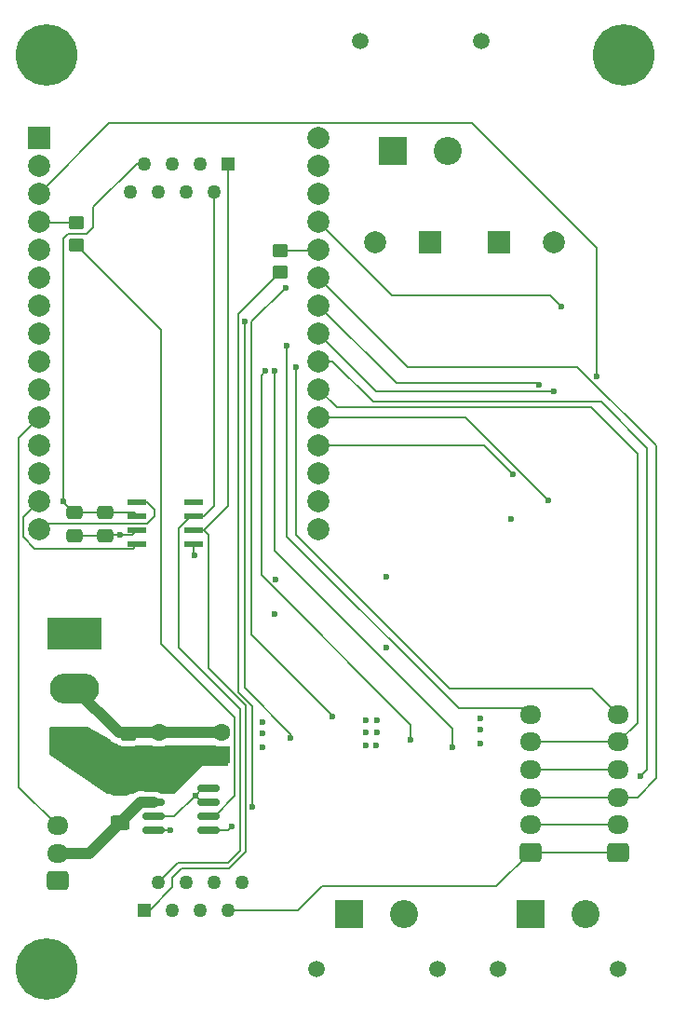
<source format=gbl>
%TF.GenerationSoftware,KiCad,Pcbnew,8.0.1-8.0.1-1~ubuntu22.04.1*%
%TF.CreationDate,2024-04-01T00:34:08-04:00*%
%TF.ProjectId,gripper_2024,67726970-7065-4725-9f32-3032342e6b69,rev?*%
%TF.SameCoordinates,Original*%
%TF.FileFunction,Copper,L4,Bot*%
%TF.FilePolarity,Positive*%
%FSLAX46Y46*%
G04 Gerber Fmt 4.6, Leading zero omitted, Abs format (unit mm)*
G04 Created by KiCad (PCBNEW 8.0.1-8.0.1-1~ubuntu22.04.1) date 2024-04-01 00:34:08*
%MOMM*%
%LPD*%
G01*
G04 APERTURE LIST*
G04 Aperture macros list*
%AMRoundRect*
0 Rectangle with rounded corners*
0 $1 Rounding radius*
0 $2 $3 $4 $5 $6 $7 $8 $9 X,Y pos of 4 corners*
0 Add a 4 corners polygon primitive as box body*
4,1,4,$2,$3,$4,$5,$6,$7,$8,$9,$2,$3,0*
0 Add four circle primitives for the rounded corners*
1,1,$1+$1,$2,$3*
1,1,$1+$1,$4,$5*
1,1,$1+$1,$6,$7*
1,1,$1+$1,$8,$9*
0 Add four rect primitives between the rounded corners*
20,1,$1+$1,$2,$3,$4,$5,0*
20,1,$1+$1,$4,$5,$6,$7,0*
20,1,$1+$1,$6,$7,$8,$9,0*
20,1,$1+$1,$8,$9,$2,$3,0*%
G04 Aperture macros list end*
%TA.AperFunction,ComponentPad*%
%ADD10RoundRect,0.250000X0.725000X-0.600000X0.725000X0.600000X-0.725000X0.600000X-0.725000X-0.600000X0*%
%TD*%
%TA.AperFunction,ComponentPad*%
%ADD11O,1.950000X1.700000*%
%TD*%
%TA.AperFunction,ComponentPad*%
%ADD12R,5.000000X3.000000*%
%TD*%
%TA.AperFunction,ComponentPad*%
%ADD13O,4.500000X2.750000*%
%TD*%
%TA.AperFunction,ComponentPad*%
%ADD14R,2.000000X2.000000*%
%TD*%
%TA.AperFunction,ComponentPad*%
%ADD15C,2.000000*%
%TD*%
%TA.AperFunction,ComponentPad*%
%ADD16C,1.508000*%
%TD*%
%TA.AperFunction,ComponentPad*%
%ADD17C,2.550000*%
%TD*%
%TA.AperFunction,ComponentPad*%
%ADD18R,2.550000X2.550000*%
%TD*%
%TA.AperFunction,ComponentPad*%
%ADD19C,3.600000*%
%TD*%
%TA.AperFunction,ConnectorPad*%
%ADD20C,5.600000*%
%TD*%
%TA.AperFunction,ComponentPad*%
%ADD21R,1.268000X1.268000*%
%TD*%
%TA.AperFunction,ComponentPad*%
%ADD22C,1.268000*%
%TD*%
%TA.AperFunction,ComponentPad*%
%ADD23R,1.600000X1.600000*%
%TD*%
%TA.AperFunction,ComponentPad*%
%ADD24C,1.600000*%
%TD*%
%TA.AperFunction,SMDPad,CuDef*%
%ADD25RoundRect,0.041300X-0.833700X-0.253700X0.833700X-0.253700X0.833700X0.253700X-0.833700X0.253700X0*%
%TD*%
%TA.AperFunction,SMDPad,CuDef*%
%ADD26RoundRect,0.250000X0.450000X-0.350000X0.450000X0.350000X-0.450000X0.350000X-0.450000X-0.350000X0*%
%TD*%
%TA.AperFunction,SMDPad,CuDef*%
%ADD27RoundRect,0.250000X0.625000X-0.400000X0.625000X0.400000X-0.625000X0.400000X-0.625000X-0.400000X0*%
%TD*%
%TA.AperFunction,SMDPad,CuDef*%
%ADD28RoundRect,0.250000X-0.475000X0.337500X-0.475000X-0.337500X0.475000X-0.337500X0.475000X0.337500X0*%
%TD*%
%TA.AperFunction,SMDPad,CuDef*%
%ADD29RoundRect,0.150000X0.825000X0.150000X-0.825000X0.150000X-0.825000X-0.150000X0.825000X-0.150000X0*%
%TD*%
%TA.AperFunction,ViaPad*%
%ADD30C,0.600000*%
%TD*%
%TA.AperFunction,Conductor*%
%ADD31C,0.200000*%
%TD*%
%TA.AperFunction,Conductor*%
%ADD32C,1.000000*%
%TD*%
G04 APERTURE END LIST*
D10*
%TO.P,U4,1*%
%TO.N,+5V*%
X72475000Y-91900000D03*
D11*
%TO.P,U4,2*%
%TO.N,SCK*%
X72475000Y-89400000D03*
%TO.P,U4,3*%
%TO.N,MOSI*%
X72475000Y-86900000D03*
%TO.P,U4,4*%
%TO.N,GND*%
X72475000Y-84400000D03*
%TO.P,U4,5*%
%TO.N,MISO*%
X72475000Y-81900000D03*
%TO.P,U4,6*%
%TO.N,CS_Poignet*%
X72475000Y-79400000D03*
%TD*%
D12*
%TO.P,U7,1,V_{IN}*%
%TO.N,Net-(U7-V_{IN})*%
X23000000Y-72000000D03*
D13*
%TO.P,U7,2,GND*%
%TO.N,GND*%
X23000000Y-77000000D03*
%TO.P,U7,3,V_{OUT}*%
%TO.N,+7.4V*%
X23000000Y-82000000D03*
%TD*%
D14*
%TO.P,U3,1,3V3*%
%TO.N,+3.3V*%
X19800000Y-26985000D03*
D15*
%TO.P,U3,2,GND*%
%TO.N,GND*%
X19800000Y-29525000D03*
X45200000Y-29525000D03*
%TO.P,U3,3,D15*%
%TO.N,LED_G*%
X19800000Y-32065000D03*
%TO.P,U3,4,D2*%
%TO.N,Net-(U3-D2)*%
X19800000Y-34605000D03*
%TO.P,U3,5,D4*%
%TO.N,MA_S1*%
X19800000Y-37145000D03*
%TO.P,U3,6,RX2*%
%TO.N,CS_Rotation*%
X19800000Y-39685000D03*
%TO.P,U3,7,TX2*%
%TO.N,CS_Poignet*%
X19800000Y-42225000D03*
%TO.P,U3,8,D5*%
%TO.N,LED_B*%
X19800000Y-44765000D03*
%TO.P,U3,9,D18*%
%TO.N,MB_S1*%
X19800000Y-47305000D03*
%TO.P,U3,10,D19*%
%TO.N,MB_S2*%
X19800000Y-49845000D03*
%TO.P,U3,11,D21*%
%TO.N,SERVO_PWM*%
X19800000Y-52385000D03*
%TO.P,U3,12,RX0*%
%TO.N,unconnected-(U3-RX0-Pad12)*%
X19800000Y-54925000D03*
%TO.P,U3,13,TX0*%
%TO.N,unconnected-(U3-TX0-Pad13)*%
X19800000Y-57465000D03*
%TO.P,U3,14,D22*%
%TO.N,RXC*%
X19800000Y-60005000D03*
%TO.P,U3,15,D23*%
%TO.N,TXC*%
X19800000Y-62545000D03*
%TO.P,U3,16,EN*%
%TO.N,unconnected-(U3-EN-Pad16)*%
X45200000Y-62545000D03*
%TO.P,U3,17,VP*%
%TO.N,unconnected-(U3-VP-Pad17)*%
X45200000Y-60005000D03*
%TO.P,U3,18,VN*%
%TO.N,unconnected-(U3-VN-Pad18)*%
X45200000Y-57465000D03*
%TO.P,U3,19,D34*%
%TO.N,PB_ROT_REV*%
X45200000Y-54925000D03*
%TO.P,U3,20,D35*%
%TO.N,PB_ROT_FWD*%
X45200000Y-52385000D03*
%TO.P,U3,21,D32*%
%TO.N,MISO*%
X45200000Y-49845000D03*
%TO.P,U3,22,D33*%
%TO.N,SCK*%
X45200000Y-47305000D03*
%TO.P,U3,23,D25*%
%TO.N,PB_POIGNET_FWD*%
X45200000Y-44765000D03*
%TO.P,U3,24,D26*%
%TO.N,PB_POIGNET_REV*%
X45200000Y-42225000D03*
%TO.P,U3,25,D27*%
%TO.N,MOSI*%
X45200000Y-39685000D03*
%TO.P,U3,26,D14*%
%TO.N,Net-(U3-D14)*%
X45200000Y-37145000D03*
%TO.P,U3,27,D12*%
%TO.N,LED_R*%
X45200000Y-34605000D03*
%TO.P,U3,28,D13*%
%TO.N,MA_S2*%
X45200000Y-32065000D03*
%TO.P,U3,30,VIN*%
%TO.N,+5V*%
X45200000Y-26985000D03*
%TD*%
D16*
%TO.P,J2,*%
%TO.N,*%
X56000000Y-102500000D03*
X45000000Y-102500000D03*
D17*
%TO.P,J2,N,N*%
%TO.N,MA-*%
X53000000Y-97500000D03*
D18*
%TO.P,J2,P,P*%
%TO.N,MA+*%
X48000000Y-97500000D03*
%TD*%
D19*
%TO.P,H1,1,1*%
%TO.N,GND*%
X20500000Y-102500000D03*
D20*
X20500000Y-102500000D03*
%TD*%
D21*
%TO.P,J6,1*%
%TO.N,CANH*%
X29392500Y-97150000D03*
D22*
%TO.P,J6,2*%
%TO.N,CANL*%
X30662500Y-94610000D03*
%TO.P,J6,3*%
%TO.N,unconnected-(J6-Pad3)*%
X31932500Y-97150000D03*
%TO.P,J6,4*%
%TO.N,unconnected-(J6-Pad4)*%
X33202500Y-94610000D03*
%TO.P,J6,5*%
%TO.N,unconnected-(J6-Pad5)*%
X34472500Y-97150000D03*
%TO.P,J6,6*%
%TO.N,unconnected-(J6-Pad6)*%
X35742500Y-94610000D03*
%TO.P,J6,7*%
%TO.N,+5V*%
X37012500Y-97150000D03*
%TO.P,J6,8*%
%TO.N,GND*%
X38282500Y-94610000D03*
%TD*%
D19*
%TO.P,H3,1,1*%
%TO.N,GND*%
X73000000Y-19500000D03*
D20*
X73000000Y-19500000D03*
%TD*%
D14*
%TO.P,C1,1*%
%TO.N,+24V*%
X55367677Y-36500000D03*
D15*
%TO.P,C1,2*%
%TO.N,GND*%
X50367677Y-36500000D03*
%TD*%
D16*
%TO.P,J3,*%
%TO.N,*%
X72500000Y-102500000D03*
X61500000Y-102500000D03*
D17*
%TO.P,J3,N,N*%
%TO.N,MB-*%
X69500000Y-97500000D03*
D18*
%TO.P,J3,P,P*%
%TO.N,MB+*%
X64500000Y-97500000D03*
%TD*%
D10*
%TO.P,U5,1*%
%TO.N,+5V*%
X64475000Y-91900000D03*
D11*
%TO.P,U5,2*%
%TO.N,SCK*%
X64475000Y-89400000D03*
%TO.P,U5,3*%
%TO.N,MOSI*%
X64475000Y-86900000D03*
%TO.P,U5,4*%
%TO.N,GND*%
X64475000Y-84400000D03*
%TO.P,U5,5*%
%TO.N,MISO*%
X64475000Y-81900000D03*
%TO.P,U5,6*%
%TO.N,CS_Rotation*%
X64475000Y-79400000D03*
%TD*%
D23*
%TO.P,C8,1*%
%TO.N,+7.4V*%
X36400000Y-83055112D03*
D24*
%TO.P,C8,2*%
%TO.N,GND*%
X36400000Y-81055112D03*
%TD*%
D10*
%TO.P,J4,1*%
%TO.N,GND*%
X21475000Y-94500000D03*
D11*
%TO.P,J4,2*%
%TO.N,SERVO_POW*%
X21475000Y-92000000D03*
%TO.P,J4,3*%
%TO.N,SERVO_PWM*%
X21475000Y-89500000D03*
%TD*%
D16*
%TO.P,J1,*%
%TO.N,*%
X49000000Y-18205750D03*
X60000000Y-18205750D03*
D17*
%TO.P,J1,N,N*%
%TO.N,GND*%
X57000000Y-28205750D03*
D18*
%TO.P,J1,P,P*%
%TO.N,+24V*%
X52000000Y-28205750D03*
%TD*%
D14*
%TO.P,C2,1*%
%TO.N,+24V*%
X61632323Y-36500000D03*
D15*
%TO.P,C2,2*%
%TO.N,GND*%
X66632323Y-36500000D03*
%TD*%
D23*
%TO.P,C6,1*%
%TO.N,+7.4V*%
X30700000Y-83055112D03*
D24*
%TO.P,C6,2*%
%TO.N,GND*%
X30700000Y-81055112D03*
%TD*%
D19*
%TO.P,H2,1,1*%
%TO.N,GND*%
X20500000Y-19500000D03*
D20*
X20500000Y-19500000D03*
%TD*%
D21*
%TO.P,J5,1*%
%TO.N,CANH*%
X36945000Y-29350000D03*
D22*
%TO.P,J5,2*%
%TO.N,CANL*%
X35675000Y-31890000D03*
%TO.P,J5,3*%
%TO.N,unconnected-(J5-Pad3)*%
X34405000Y-29350000D03*
%TO.P,J5,4*%
%TO.N,unconnected-(J5-Pad4)*%
X33135000Y-31890000D03*
%TO.P,J5,5*%
%TO.N,unconnected-(J5-Pad5)*%
X31865000Y-29350000D03*
%TO.P,J5,6*%
%TO.N,unconnected-(J5-Pad6)*%
X30595000Y-31890000D03*
%TO.P,J5,7*%
%TO.N,+5V*%
X29325000Y-29350000D03*
%TO.P,J5,8*%
%TO.N,GND*%
X28055000Y-31890000D03*
%TD*%
D25*
%TO.P,U6,1,TXD*%
%TO.N,RXC*%
X28715000Y-63905000D03*
%TO.P,U6,2,GND*%
%TO.N,GND*%
X28715000Y-62635000D03*
%TO.P,U6,3,VCC*%
%TO.N,+5V*%
X28715000Y-61365000D03*
%TO.P,U6,4,RXD*%
%TO.N,TXC*%
X28715000Y-60095000D03*
%TO.P,U6,5,VREF*%
%TO.N,unconnected-(U6-VREF-Pad5)*%
X33885000Y-60095000D03*
%TO.P,U6,6,CANL*%
%TO.N,CANL*%
X33885000Y-61365000D03*
%TO.P,U6,7,CANH*%
%TO.N,CANH*%
X33885000Y-62635000D03*
%TO.P,U6,8,S*%
%TO.N,GND*%
X33885000Y-63905000D03*
%TD*%
D26*
%TO.P,R10,1*%
%TO.N,SDA*%
X23200000Y-36700000D03*
%TO.P,R10,2*%
%TO.N,Net-(U3-D2)*%
X23200000Y-34700000D03*
%TD*%
%TO.P,R21,1*%
%TO.N,SCL*%
X41700000Y-39200000D03*
%TO.P,R21,2*%
%TO.N,Net-(U3-D14)*%
X41700000Y-37200000D03*
%TD*%
D27*
%TO.P,R7,1*%
%TO.N,SERVO_POW*%
X27150000Y-89200000D03*
%TO.P,R7,2*%
%TO.N,+7.4V*%
X27150000Y-86100000D03*
%TD*%
D28*
%TO.P,C11,1*%
%TO.N,GND*%
X27900000Y-81162500D03*
%TO.P,C11,2*%
%TO.N,+7.4V*%
X27900000Y-83237500D03*
%TD*%
%TO.P,C3,1*%
%TO.N,+5V*%
X25800000Y-61062500D03*
%TO.P,C3,2*%
%TO.N,GND*%
X25800000Y-63137500D03*
%TD*%
%TO.P,C7,1*%
%TO.N,+5V*%
X23000000Y-61062500D03*
%TO.P,C7,2*%
%TO.N,GND*%
X23000000Y-63137500D03*
%TD*%
D29*
%TO.P,U8,1,A1*%
%TO.N,GND*%
X35175000Y-86095000D03*
%TO.P,U8,2,A0*%
X35175000Y-87365000D03*
%TO.P,U8,3,SDA*%
%TO.N,SDA*%
X35175000Y-88635000D03*
%TO.P,U8,4,SCL*%
%TO.N,SCL*%
X35175000Y-89905000D03*
%TO.P,U8,5,VS*%
%TO.N,+3.3V*%
X30225000Y-89905000D03*
%TO.P,U8,6,GND*%
%TO.N,GND*%
X30225000Y-88635000D03*
%TO.P,U8,7,IN-*%
%TO.N,SERVO_POW*%
X30225000Y-87365000D03*
%TO.P,U8,8,IN+*%
%TO.N,+7.4V*%
X30225000Y-86095000D03*
%TD*%
D30*
%TO.N,GND*%
X59958696Y-79755533D03*
X59958696Y-80802250D03*
X59944646Y-82038640D03*
X50500000Y-79953283D03*
X50500000Y-81000000D03*
X50485950Y-82236390D03*
X49500000Y-79953283D03*
X49500000Y-81000000D03*
X49485950Y-82236390D03*
X40138748Y-82344185D03*
X40152798Y-81107795D03*
X40152798Y-80061078D03*
X34000000Y-86750000D03*
X33900000Y-64900000D03*
X27200000Y-63100000D03*
X41300000Y-67100000D03*
X51400000Y-66900000D03*
%TO.N,+5V*%
X22000000Y-60000000D03*
%TO.N,LED_G*%
X70500000Y-48700000D03*
%TO.N,Net-(U1-INA)*%
X42700000Y-81500000D03*
X38500000Y-43700000D03*
%TO.N,Net-(U1-INB)*%
X42200000Y-40600000D03*
X46500000Y-79600000D03*
%TO.N,Net-(U2-INA)*%
X53600000Y-81700000D03*
X40400000Y-48200000D03*
%TO.N,Net-(U2-INB)*%
X57405000Y-82400000D03*
X41200003Y-48200000D03*
%TO.N,PB_POIGNET_FWD*%
X66600000Y-50000000D03*
%TO.N,PB_POIGNET_REV*%
X65300000Y-49400000D03*
%TO.N,PB_ROT_FWD*%
X66150000Y-59950000D03*
%TO.N,PB_ROT_REV*%
X62925735Y-57574265D03*
%TO.N,LED_R*%
X67300000Y-42300000D03*
%TO.N,SCK*%
X74500000Y-85000000D03*
%TO.N,CS_Rotation*%
X42300000Y-45900000D03*
%TO.N,CS_Poignet*%
X43200000Y-47800000D03*
%TO.N,+3.3V*%
X62700000Y-61600000D03*
X31700000Y-89900000D03*
X51400000Y-73300000D03*
X41200000Y-70300000D03*
%TO.N,SCL*%
X37300000Y-89600000D03*
X39200000Y-87800000D03*
%TD*%
D31*
%TO.N,GND*%
X64475000Y-84400000D02*
X72475000Y-84400000D01*
D32*
X36400000Y-81055112D02*
X27055112Y-81055112D01*
D31*
X33885000Y-63905000D02*
X33885000Y-64885000D01*
X34615000Y-87365000D02*
X34000000Y-86750000D01*
X32115000Y-88635000D02*
X34000000Y-86750000D01*
X23000000Y-63137500D02*
X25800000Y-63137500D01*
X25800000Y-63137500D02*
X25837500Y-63100000D01*
X28250000Y-63100000D02*
X28715000Y-62635000D01*
X34655000Y-86095000D02*
X34000000Y-86750000D01*
X33885000Y-64885000D02*
X33900000Y-64900000D01*
X25837500Y-63100000D02*
X28250000Y-63100000D01*
X30225000Y-88635000D02*
X32115000Y-88635000D01*
D32*
X27055112Y-81055112D02*
X23000000Y-77000000D01*
D31*
X35175000Y-86095000D02*
X34655000Y-86095000D01*
X35175000Y-87365000D02*
X34615000Y-87365000D01*
%TO.N,+5V*%
X28650000Y-29350000D02*
X29325000Y-29350000D01*
X25800000Y-61062500D02*
X28412500Y-61062500D01*
X24700000Y-35100000D02*
X24700000Y-33300000D01*
X43350000Y-97150000D02*
X45500000Y-95000000D01*
X28412500Y-61062500D02*
X28715000Y-61365000D01*
X22000000Y-36100000D02*
X22400000Y-35700000D01*
X24100000Y-35700000D02*
X24700000Y-35100000D01*
X22000000Y-60000000D02*
X22000000Y-36100000D01*
X23000000Y-61062500D02*
X22000000Y-60062500D01*
X22400000Y-35700000D02*
X24100000Y-35700000D01*
X23000000Y-61062500D02*
X25800000Y-61062500D01*
X22000000Y-60062500D02*
X22000000Y-60000000D01*
X37012500Y-97150000D02*
X43350000Y-97150000D01*
X45500000Y-95000000D02*
X61375000Y-95000000D01*
X24700000Y-33300000D02*
X28650000Y-29350000D01*
X61375000Y-95000000D02*
X64475000Y-91900000D01*
X64475000Y-91900000D02*
X72475000Y-91900000D01*
D32*
%TO.N,+7.4V*%
X23000000Y-82000000D02*
X23050000Y-82000000D01*
X23000000Y-82000000D02*
X24055112Y-83055112D01*
D31*
%TO.N,SERVO_PWM*%
X19800000Y-52385000D02*
X17950000Y-54235000D01*
X17950000Y-85975000D02*
X21475000Y-89500000D01*
X17950000Y-54235000D02*
X17950000Y-85975000D01*
%TO.N,CANH*%
X38600000Y-78600000D02*
X38600000Y-91865685D01*
X32719093Y-93400000D02*
X31900000Y-94219093D01*
X31900000Y-95100000D02*
X29850000Y-97150000D01*
X38600000Y-91865685D02*
X37065685Y-93400000D01*
X35200000Y-75200000D02*
X38600000Y-78600000D01*
X33885000Y-62635000D02*
X34759999Y-62635000D01*
X35200000Y-63075001D02*
X35200000Y-75200000D01*
X34759999Y-62635000D02*
X35200000Y-63075001D01*
X36945000Y-60449999D02*
X34759999Y-62635000D01*
X29850000Y-97150000D02*
X29392500Y-97150000D01*
X36945000Y-29350000D02*
X36945000Y-60449999D01*
X37065685Y-93400000D02*
X32719093Y-93400000D01*
X31900000Y-94219093D02*
X31900000Y-95100000D01*
%TO.N,CANL*%
X32500000Y-73300000D02*
X38100000Y-78900000D01*
X38100000Y-78900000D02*
X38100000Y-91800000D01*
X34759999Y-61365000D02*
X35675000Y-60449999D01*
X33885000Y-61365000D02*
X33583784Y-61365000D01*
X32372500Y-92900000D02*
X30662500Y-94610000D01*
X32500000Y-62448784D02*
X32500000Y-73300000D01*
X38100000Y-91800000D02*
X37000000Y-92900000D01*
X37000000Y-92900000D02*
X32372500Y-92900000D01*
X33583784Y-61365000D02*
X32500000Y-62448784D01*
X33885000Y-61365000D02*
X34759999Y-61365000D01*
X35675000Y-60449999D02*
X35675000Y-31890000D01*
%TO.N,LED_G*%
X70500000Y-37000000D02*
X70500000Y-48700000D01*
X26180000Y-25685000D02*
X59185000Y-25685000D01*
X59185000Y-25685000D02*
X70500000Y-37000000D01*
X19800000Y-32065000D02*
X26180000Y-25685000D01*
%TO.N,Net-(U1-INA)*%
X42700000Y-81146471D02*
X38500000Y-76946471D01*
X38500000Y-44800000D02*
X38500000Y-43700000D01*
X42700000Y-81500000D02*
X42700000Y-81146471D01*
X38500000Y-43700000D02*
X38500000Y-43800000D01*
X38500000Y-76946471D02*
X38500000Y-44800000D01*
%TO.N,Net-(U1-INB)*%
X39100000Y-43700000D02*
X42200000Y-40600000D01*
X39100000Y-72100000D02*
X39100000Y-43700000D01*
X46500000Y-79500000D02*
X39100000Y-72100000D01*
X46500000Y-79600000D02*
X46500000Y-79500000D01*
%TO.N,Net-(U2-INA)*%
X53600000Y-80300000D02*
X53600000Y-81700000D01*
X40000000Y-66700000D02*
X53600000Y-80300000D01*
X40000000Y-48600000D02*
X40000000Y-66700000D01*
X40400000Y-48200000D02*
X40000000Y-48600000D01*
%TO.N,Net-(U2-INB)*%
X57405000Y-80705000D02*
X41200003Y-64500003D01*
X57405000Y-82400000D02*
X57405000Y-80705000D01*
X41200003Y-64500003D02*
X41200003Y-48200000D01*
%TO.N,PB_POIGNET_FWD*%
X66600000Y-50000000D02*
X50435000Y-50000000D01*
X50435000Y-50000000D02*
X45200000Y-44765000D01*
%TO.N,PB_POIGNET_REV*%
X65300000Y-49400000D02*
X65200000Y-49300000D01*
X52275000Y-49300000D02*
X45200000Y-42225000D01*
X65200000Y-49300000D02*
X52275000Y-49300000D01*
%TO.N,PB_ROT_FWD*%
X66150000Y-59950000D02*
X58585000Y-52385000D01*
X58585000Y-52385000D02*
X45200000Y-52385000D01*
%TO.N,PB_ROT_REV*%
X62925735Y-57574265D02*
X62924265Y-57574265D01*
X62924265Y-57574265D02*
X60275000Y-54925000D01*
X60275000Y-54925000D02*
X45200000Y-54925000D01*
%TO.N,LED_R*%
X66300000Y-41300000D02*
X51895000Y-41300000D01*
X67300000Y-42300000D02*
X66300000Y-41300000D01*
X51895000Y-41300000D02*
X45200000Y-34605000D01*
%TO.N,RXC*%
X28320000Y-64300000D02*
X28715000Y-63905000D01*
X19400000Y-64300000D02*
X28320000Y-64300000D01*
X18350000Y-63250000D02*
X19400000Y-64300000D01*
X19800000Y-60005000D02*
X18350000Y-61455000D01*
X18350000Y-61455000D02*
X18350000Y-63250000D01*
%TO.N,SCK*%
X75100000Y-55200000D02*
X70900000Y-51000000D01*
X75100000Y-84400000D02*
X75100000Y-55200000D01*
X74500000Y-85000000D02*
X75100000Y-84400000D01*
X70900000Y-51000000D02*
X50200000Y-51000000D01*
X46505000Y-47305000D02*
X45200000Y-47305000D01*
X50200000Y-51000000D02*
X46505000Y-47305000D01*
X64475000Y-89400000D02*
X72475000Y-89400000D01*
%TO.N,MISO*%
X70000000Y-51500000D02*
X74200000Y-55700000D01*
X74200000Y-55700000D02*
X74200000Y-80175000D01*
X64475000Y-81900000D02*
X72475000Y-81900000D01*
X74200000Y-80175000D02*
X72475000Y-81900000D01*
X45200000Y-49845000D02*
X46855000Y-51500000D01*
X46855000Y-51500000D02*
X70000000Y-51500000D01*
%TO.N,CS_Rotation*%
X57950000Y-78850000D02*
X63925000Y-78850000D01*
X42300000Y-63200000D02*
X57950000Y-78850000D01*
X63925000Y-78850000D02*
X64475000Y-79400000D01*
X42300000Y-45900000D02*
X42300000Y-63200000D01*
%TO.N,MOSI*%
X75900000Y-54948529D02*
X75900000Y-85200000D01*
X53315000Y-47800000D02*
X68751471Y-47800000D01*
X64475000Y-86900000D02*
X72475000Y-86900000D01*
X68751471Y-47800000D02*
X75900000Y-54948529D01*
X74200000Y-86900000D02*
X72475000Y-86900000D01*
X45200000Y-39685000D02*
X53315000Y-47800000D01*
X75900000Y-85200000D02*
X74200000Y-86900000D01*
%TO.N,CS_Poignet*%
X57100000Y-77000000D02*
X70075000Y-77000000D01*
X70075000Y-77000000D02*
X72475000Y-79400000D01*
X43200000Y-47800000D02*
X43200000Y-63100000D01*
X43200000Y-63100000D02*
X57100000Y-77000000D01*
%TO.N,TXC*%
X29595000Y-60095000D02*
X28715000Y-60095000D01*
X19800000Y-62545000D02*
X20305000Y-62040000D01*
X30300000Y-60800000D02*
X29595000Y-60095000D01*
X30300000Y-61400000D02*
X30300000Y-60800000D01*
X29660000Y-62040000D02*
X30300000Y-61400000D01*
X20305000Y-62040000D02*
X29660000Y-62040000D01*
%TO.N,+3.3V*%
X31700000Y-89900000D02*
X30230000Y-89900000D01*
X30230000Y-89900000D02*
X30225000Y-89905000D01*
%TO.N,Net-(U3-D2)*%
X23200000Y-34700000D02*
X19895000Y-34700000D01*
X19895000Y-34700000D02*
X19800000Y-34605000D01*
%TO.N,SDA*%
X30900000Y-73000000D02*
X37600000Y-79700000D01*
X37600000Y-86800000D02*
X35765000Y-88635000D01*
X37600000Y-79700000D02*
X37600000Y-86800000D01*
X35765000Y-88635000D02*
X35175000Y-88635000D01*
X30900000Y-44400000D02*
X30900000Y-73000000D01*
X23200000Y-36700000D02*
X30900000Y-44400000D01*
%TO.N,Net-(U3-D14)*%
X45145000Y-37200000D02*
X45200000Y-37145000D01*
X41700000Y-37200000D02*
X45145000Y-37200000D01*
%TO.N,SCL*%
X37300000Y-89600000D02*
X36995000Y-89905000D01*
X37900000Y-77334314D02*
X37900000Y-43000000D01*
X39200000Y-87800000D02*
X39200000Y-78634314D01*
X37900000Y-43000000D02*
X41700000Y-39200000D01*
X36995000Y-89905000D02*
X35175000Y-89905000D01*
X39200000Y-78634314D02*
X37900000Y-77334314D01*
D32*
%TO.N,SERVO_POW*%
X27150000Y-89200000D02*
X24350000Y-92000000D01*
X28985000Y-87365000D02*
X30225000Y-87365000D01*
X24350000Y-92000000D02*
X21475000Y-92000000D01*
X27150000Y-89200000D02*
X28985000Y-87365000D01*
%TD*%
%TA.AperFunction,Conductor*%
%TO.N,+7.4V*%
G36*
X24228956Y-80516891D02*
G01*
X26310336Y-81731029D01*
X26335530Y-81750451D01*
X26417330Y-81832251D01*
X26581198Y-81941744D01*
X26646170Y-81968656D01*
X26763276Y-82017163D01*
X26790010Y-82022480D01*
X26829610Y-82037766D01*
X27100000Y-82200000D01*
X27131484Y-82200000D01*
X27170488Y-82206294D01*
X27272203Y-82239999D01*
X27374991Y-82250500D01*
X28425008Y-82250499D01*
X28425016Y-82250498D01*
X28425019Y-82250498D01*
X28481302Y-82244748D01*
X28527797Y-82239999D01*
X28629512Y-82206294D01*
X28668516Y-82200000D01*
X30050485Y-82200000D01*
X30102889Y-82211617D01*
X30253504Y-82281851D01*
X30253510Y-82281852D01*
X30253511Y-82281853D01*
X30306415Y-82296028D01*
X30473308Y-82340747D01*
X30635230Y-82354913D01*
X30699998Y-82360580D01*
X30700000Y-82360580D01*
X30700002Y-82360580D01*
X30756673Y-82355621D01*
X30926692Y-82340747D01*
X31146496Y-82281851D01*
X31297110Y-82211617D01*
X31349515Y-82200000D01*
X35750485Y-82200000D01*
X35802889Y-82211617D01*
X35953504Y-82281851D01*
X35953510Y-82281852D01*
X35953511Y-82281853D01*
X36006415Y-82296028D01*
X36173308Y-82340747D01*
X36335230Y-82354913D01*
X36399998Y-82360580D01*
X36400000Y-82360580D01*
X36400002Y-82360580D01*
X36456673Y-82355621D01*
X36626692Y-82340747D01*
X36774286Y-82301199D01*
X36843407Y-82282679D01*
X36913257Y-82284342D01*
X36971119Y-82323505D01*
X36998623Y-82387733D01*
X36999500Y-82402454D01*
X36999500Y-83976000D01*
X36979815Y-84043039D01*
X36927011Y-84088794D01*
X36875500Y-84100000D01*
X34599999Y-84100000D01*
X32136319Y-86563681D01*
X32074996Y-86597166D01*
X32048638Y-86600000D01*
X31282418Y-86600000D01*
X31247823Y-86595076D01*
X31211166Y-86584426D01*
X31152570Y-86567402D01*
X31152567Y-86567401D01*
X31115701Y-86564500D01*
X31115694Y-86564500D01*
X30865435Y-86564500D01*
X30798396Y-86544815D01*
X30796544Y-86543602D01*
X30698911Y-86478366D01*
X30516839Y-86402950D01*
X30516829Y-86402947D01*
X30323543Y-86364500D01*
X30323541Y-86364500D01*
X28886459Y-86364500D01*
X28886457Y-86364500D01*
X28830207Y-86375689D01*
X28802081Y-86381284D01*
X28693167Y-86402947D01*
X28693159Y-86402950D01*
X28639834Y-86425037D01*
X28639834Y-86425038D01*
X28594315Y-86443892D01*
X28511089Y-86478366D01*
X28511079Y-86478371D01*
X28360326Y-86579102D01*
X28293648Y-86599980D01*
X28291435Y-86600000D01*
X26038131Y-86600000D01*
X25971092Y-86580315D01*
X25968458Y-86578575D01*
X20754327Y-83036901D01*
X20709931Y-82982949D01*
X20700000Y-82934326D01*
X20700000Y-80624000D01*
X20719685Y-80556961D01*
X20772489Y-80511206D01*
X20824000Y-80500000D01*
X24166476Y-80500000D01*
X24228956Y-80516891D01*
G37*
%TD.AperFunction*%
%TD*%
M02*

</source>
